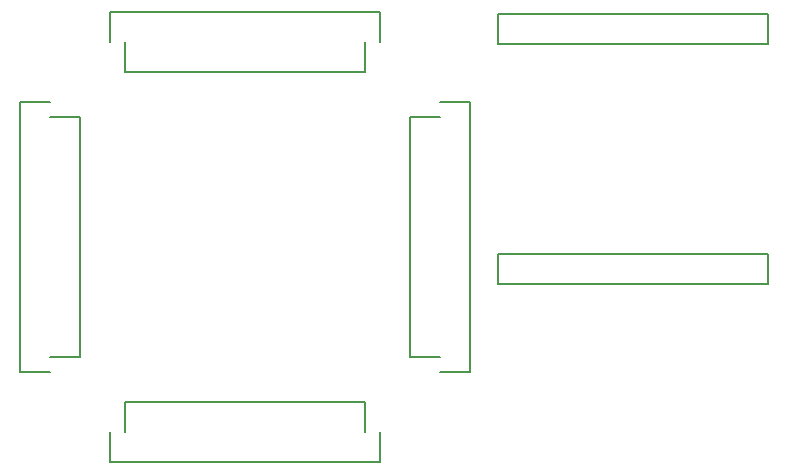
<source format=gm1>
%FSLAX24Y24*%
%MOIN*%
G70*
G01*
G75*
G04 Layer_Color=16711935*
%ADD10O,0.0827X0.0236*%
%ADD11R,0.0394X0.0433*%
%ADD12R,0.0433X0.0394*%
%ADD13R,0.0400X0.0120*%
%ADD14O,0.0400X0.0120*%
%ADD15R,0.0256X0.0551*%
%ADD16O,0.0236X0.0866*%
%ADD17O,0.0728X0.0131*%
%ADD18R,0.0709X0.0630*%
%ADD19R,0.0459X0.0450*%
%ADD20O,0.0118X0.0610*%
%ADD21R,0.0787X0.2165*%
%ADD22R,0.0709X0.0185*%
%ADD23R,0.0433X0.0394*%
%ADD24R,0.0433X0.0315*%
%ADD25C,0.0100*%
%ADD26C,0.0070*%
%ADD27C,0.0200*%
%ADD28C,0.0250*%
%ADD29R,0.0600X0.0600*%
%ADD30C,0.0600*%
%ADD31R,0.0580X0.0580*%
%ADD32C,0.0580*%
%ADD33R,0.0580X0.0580*%
%ADD34C,0.0840*%
%ADD35R,0.0591X0.0591*%
%ADD36C,0.0591*%
%ADD37C,0.0250*%
%ADD38C,0.0705*%
%ADD39C,0.0400*%
%ADD40C,0.0540*%
G04:AMPARAMS|DCode=41|XSize=70mil|YSize=70mil|CornerRadius=0mil|HoleSize=0mil|Usage=FLASHONLY|Rotation=0.000|XOffset=0mil|YOffset=0mil|HoleType=Round|Shape=Relief|Width=8mil|Gap=10mil|Entries=4|*
%AMTHD41*
7,0,0,0.0700,0.0500,0.0080,45*
%
%ADD41THD41*%
G04:AMPARAMS|DCode=42|XSize=77mil|YSize=77mil|CornerRadius=0mil|HoleSize=0mil|Usage=FLASHONLY|Rotation=0.000|XOffset=0mil|YOffset=0mil|HoleType=Round|Shape=Relief|Width=8mil|Gap=10mil|Entries=4|*
%AMTHD42*
7,0,0,0.0770,0.0570,0.0080,45*
%
%ADD42THD42*%
%ADD43C,0.0610*%
G04:AMPARAMS|DCode=44|XSize=107mil|YSize=107mil|CornerRadius=0mil|HoleSize=0mil|Usage=FLASHONLY|Rotation=0.000|XOffset=0mil|YOffset=0mil|HoleType=Round|Shape=Relief|Width=8mil|Gap=10mil|Entries=4|*
%AMTHD44*
7,0,0,0.1070,0.0870,0.0080,45*
%
%ADD44THD44*%
%ADD45C,0.0910*%
%ADD46C,0.0594*%
%ADD47C,0.0320*%
G04:AMPARAMS|DCode=48|XSize=48mil|YSize=48mil|CornerRadius=0mil|HoleSize=0mil|Usage=FLASHONLY|Rotation=0.000|XOffset=0mil|YOffset=0mil|HoleType=Round|Shape=Relief|Width=8mil|Gap=10mil|Entries=4|*
%AMTHD48*
7,0,0,0.0480,0.0280,0.0080,45*
%
%ADD48THD48*%
%ADD49C,0.0775*%
%ADD50C,0.0080*%
%ADD51C,0.0098*%
%ADD52C,0.0236*%
%ADD53C,0.0079*%
%ADD54C,0.0002*%
%ADD55C,0.0020*%
%ADD56C,0.0018*%
%ADD57C,0.0060*%
%ADD58R,0.0660X0.0660*%
%ADD59C,0.0660*%
%ADD60C,0.0785*%
%ADD61C,0.0765*%
D50*
X14450Y43500D02*
X15450D01*
X14450Y34500D02*
Y43500D01*
Y34500D02*
X15450D01*
Y35000D02*
X16450D01*
X15450Y43000D02*
X16450D01*
Y35000D02*
Y43000D01*
X17450Y31500D02*
Y32500D01*
Y31500D02*
X26450D01*
Y32500D01*
X25950D02*
Y33500D01*
X17950Y32500D02*
Y33500D01*
X25950D01*
X28450Y34500D02*
X29450D01*
Y43500D01*
X28450D02*
X29450D01*
X27450Y43000D02*
X28450D01*
X27450Y35000D02*
X28450D01*
X27450D02*
Y43000D01*
X26450Y45500D02*
Y46500D01*
X17450D02*
X26450D01*
X17450Y45500D02*
Y46500D01*
X17950Y44500D02*
Y45500D01*
X25950Y44500D02*
Y45500D01*
X17950Y44500D02*
X25950D01*
X30400Y45450D02*
Y46450D01*
X39400D01*
Y45450D02*
Y46450D01*
X30400Y45450D02*
X39400D01*
X30400Y37450D02*
Y38450D01*
X39400D01*
Y37450D02*
Y38450D01*
X30400Y37450D02*
X39400D01*
M02*

</source>
